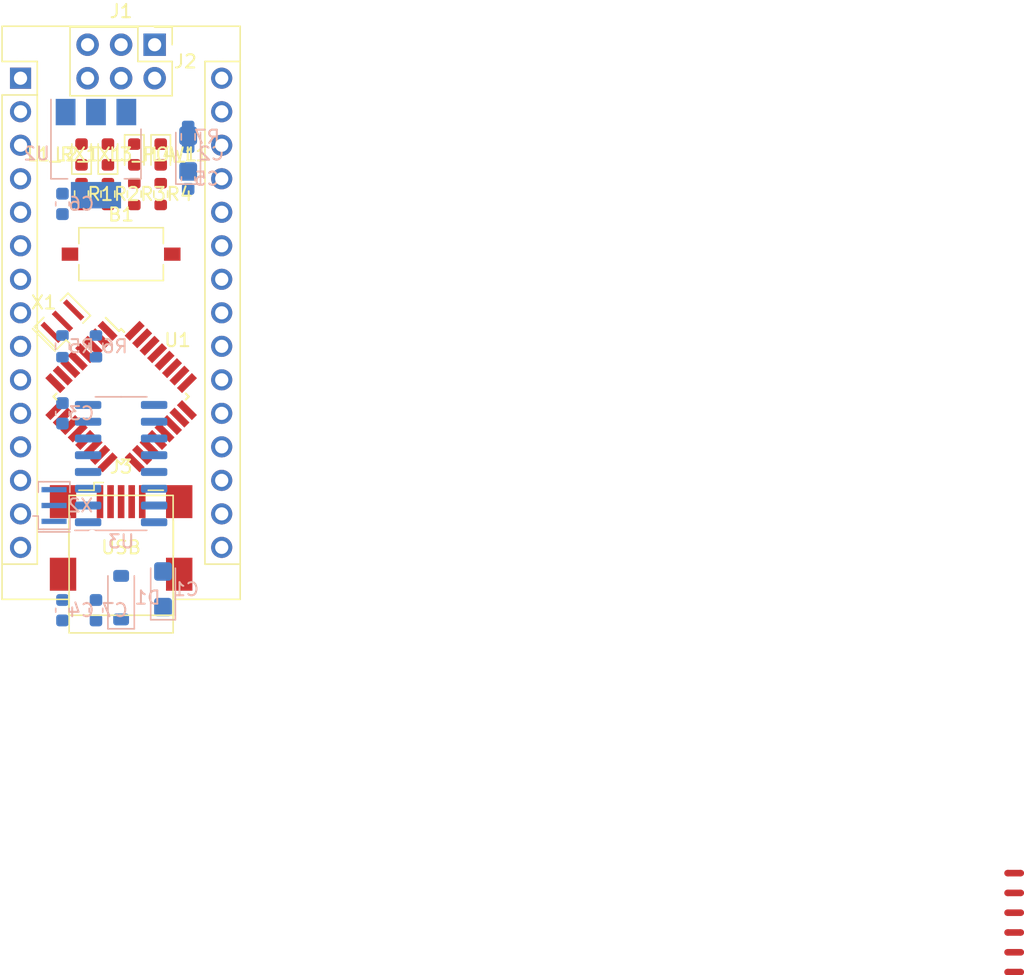
<source format=kicad_pcb>
(kicad_pcb (version 20221018) (generator pcbnew)
  (layers (0 "F.Cu" signal) (31 "B.Cu" signal) (34 "B.Paste" user) (35 "F.Paste" user) (36 "B.SilkS" user "B.Silkscreen") (37 "F.SilkS" user "F.Silkscreen") (38 "B.Mask" user) (39 "F.Mask" user) (44 "Edge.Cuts" user))
  (net 0 "")
  (net 1 "/tx_ch340")
  (net 2 "/pd0")
  (net 3 "/rx_ch340")
  (net 4 "/pd1")
  (net 5 "/pc6")
  (net 6 "+5V")
  (net 7 "+12V")
  (net 8 "Net-(U3-V3)")
  (net 9 "Net-(D1-A)")
  (net 10 "/pd2")
  (net 11 "/pd3")
  (net 12 "/pd4")
  (net 13 "/pd5")
  (net 14 "/pd6")
  (net 15 "/pd7")
  (net 16 "/pb0")
  (net 17 "/pb1")
  (net 18 "/pb2")
  (net 19 "/mosi")
  (net 20 "/miso")
  (net 21 "/pb5")
  (net 22 "+3V3")
  (net 23 "/aref")
  (net 24 "/adc0")
  (net 25 "/adc1")
  (net 26 "/adc2")
  (net 27 "/adc3")
  (net 28 "/adc4")
  (net 29 "/adc5")
  (net 30 "/adc6")
  (net 31 "/adc7")
  (net 32 "/usb_negative")
  (net 33 "/usb_plus")
  (net 34 "/usb_id")
  (net 35 "Net-(L1_RX1-K)")
  (net 36 "Net-(L2_TX1-K)")
  (net 37 "Net-(L3_POW1-A)")
  (net 38 "Net-(L4_L1-A)")
  (net 39 "/d13")
  (net 40 "Net-(U3-TXD)")
  (net 41 "Net-(U3-RXD)")
  (net 42 "/dtr")
  (net 43 "/pb6")
  (net 44 "/pb7")
  (net 45 "/xtal1_ch340")
  (net 46 "/xtal2_ch340")
  (net 47 "/cts")
  (net 48 "/dsr")
  (net 49 "/ri")
  (net 50 "/dcd")
  (net 51 "/rtr")
  (net 52 "/r232")
  (net 53 "GND")
  (footprint "oomlout_oomp_part_footprints:l6r_electronic_led_0603_red" (layer "F.Cu") (at 1.0 -12.0 -90)
    (fp_text reference "L3_POW1" (at 0 -1.43) (layer "F.SilkS"))
    (fp_text value "l6r")
    (fp_line (start -1.485 -0.735) (end -1.485 0.735) (layer "F.SilkS") (stroke (width 0.12)))
    (fp_line (start -1.485 0.735) (end 0.8 0.735) (layer "F.SilkS") (stroke (width 0.12)))
    (fp_line (start 0.8 -0.735) (end -1.485 -0.735) (layer "F.SilkS") (stroke (width 0.12)))
    (pad "1" smd roundrect (at -0.7875 0 -90.0) (size 0.875 0.95) (layers "F.Cu" "F.Paste" "F.Mask") (net 53 "GND"))
    (pad "2" smd roundrect (at 0.7875 0 -90.0) (size 0.875 0.95) (layers "F.Cu" "F.Paste" "F.Mask") (net 37 "Net-(L3_POW1-A)"))
  )
  (footprint "oomlout_oomp_part_footprints:scumnsmo_electronic_socket_usb_mini_surface_mount_only" (layer "F.Cu") (at 0.0 16.912 0)
    (fp_text reference "J3" (at 0 -5.25) (layer "F.SilkS"))
    (fp_text value "scumnsmo")
    (fp_line (start -3.96 1.45) (end -3.96 -1.15) (layer "F.SilkS") (stroke (width 0.12)))
    (fp_line (start -3.96 4.35) (end -3.96 6.01) (layer "F.SilkS") (stroke (width 0.12)))
    (fp_line (start -3.96 6.01) (end 3.96 6.01) (layer "F.SilkS") (stroke (width 0.12)))
    (fp_line (start -3.2 -3.46) (end -2.05 -3.46) (layer "F.SilkS") (stroke (width 0.12)))
    (fp_line (start -2.05 -4.05) (end -1.35 -4.05) (layer "F.SilkS") (stroke (width 0.12)))
    (fp_line (start -2.05 -3.46) (end -2.05 -4.05) (layer "F.SilkS") (stroke (width 0.12)))
    (fp_line (start 2.05 -3.46) (end 3.2 -3.46) (layer "F.SilkS") (stroke (width 0.12)))
    (fp_line (start 3.96 -1.15) (end 3.96 1.45) (layer "F.SilkS") (stroke (width 0.12)))
    (fp_line (start 3.96 6.01) (end 3.96 4.35) (layer "F.SilkS") (stroke (width 0.12)))
    (pad "" np_thru_hole circle (at -2.2 0 0.0) (size 0.9 0.9) (drill 0.9) (layers *.Cu *.Mask))
    (pad "" np_thru_hole circle (at 2.2 0 0.0) (size 0.9 0.9) (drill 0.9) (layers *.Cu *.Mask))
    (pad "1" smd rect (at -1.6 -2.6 0.0) (size 0.5 2.5) (layers "F.Cu" "F.Paste" "F.Mask") (net 9 "Net-(D1-A)"))
    (pad "2" smd rect (at -0.8 -2.6 0.0) (size 0.5 2.5) (layers "F.Cu" "F.Paste" "F.Mask") (net 32 "/usb_negative"))
    (pad "3" smd rect (at 0 -2.6 0.0) (size 0.5 2.5) (layers "F.Cu" "F.Paste" "F.Mask") (net 33 "/usb_plus"))
    (pad "4" smd rect (at 0.8 -2.6 0.0) (size 0.5 2.5) (layers "F.Cu" "F.Paste" "F.Mask") (net 34 "/usb_id"))
    (pad "5" smd rect (at 1.6 -2.6 0.0) (size 0.5 2.5) (layers "F.Cu" "F.Paste" "F.Mask") (net 53 "GND"))
    (pad "6" smd rect (at -4.4 -2.6 0.0) (size 2 2.5) (layers "F.Cu" "F.Paste" "F.Mask") (net 53 "GND"))
    (pad "6" smd rect (at -4.4 2.9 0.0) (size 2 2.5) (layers "F.Cu" "F.Paste" "F.Mask") (net 53 "GND"))
    (pad "6" smd rect (at 4.4 -2.6 0.0) (size 2 2.5) (layers "F.Cu" "F.Paste" "F.Mask") (net 53 "GND"))
    (pad "6" smd rect (at 4.4 2.9 0.0) (size 2 2.5) (layers "F.Cu" "F.Paste" "F.Mask") (net 53 "GND"))
  )
  (footprint "oomlout_oomp_part_footprints:xcr3213mhz16_electronic_ceramic_resonator_3213_3_pin_ground_pin_2_16_mega_hertz" (layer "F.Cu") (at -4.445 0.635 45)
    (fp_text reference "X1" (at 0 -2) (layer "F.SilkS"))
    (fp_text value "xcr3213mhz16")
    (fp_line (start -2 -1.2) (end -2 0.8) (layer "F.SilkS") (stroke (width 0.12)))
    (fp_line (start -2 0.8) (end -2 1.2) (layer "F.SilkS") (stroke (width 0.12)))
    (fp_line (start -1.8 -1.2) (end -0.8 -1.2) (layer "F.SilkS") (stroke (width 0.12)))
    (fp_line (start -1.8 0.8) (end -1.8 -1.2) (layer "F.SilkS") (stroke (width 0.12)))
    (fp_line (start -1.8 0.8) (end -1.8 1.2) (layer "F.SilkS") (stroke (width 0.12)))
    (fp_line (start -0.8 1.2) (end -1.8 1.2) (layer "F.SilkS") (stroke (width 0.12)))
    (fp_line (start -0.8 1.2) (end -0.8 1.6) (layer "F.SilkS") (stroke (width 0.12)))
    (fp_line (start 1 -1.2) (end 1.8 -1.2) (layer "F.SilkS") (stroke (width 0.12)))
    (fp_line (start 1.8 -1.2) (end 1.8 0.8) (layer "F.SilkS") (stroke (width 0.12)))
    (fp_line (start 1.8 0.8) (end 1.8 1.2) (layer "F.SilkS") (stroke (width 0.12)))
    (fp_line (start 1.8 1.2) (end 1 1.2) (layer "F.SilkS") (stroke (width 0.12)))
    (pad "1" smd rect (at -1.2 0 45.0) (size 0.4 1.9) (layers "F.Cu" "F.Paste" "F.Mask") (net 43 "/pb6"))
    (pad "2" smd rect (at 0 0 45.0) (size 0.4 1.9) (layers "F.Cu" "F.Paste" "F.Mask") (net 53 "GND"))
    (pad "3" smd rect (at 1.2 0 45.0) (size 0.4 1.9) (layers "F.Cu" "F.Paste" "F.Mask") (net 44 "/pb7"))
  )
  (footprint "oomlout_oomp_part_footprints:l6r_electronic_led_0603_red" (layer "F.Cu") (at -1.0 -12.0 90)
    (fp_text reference "L2_TX1" (at 0 -1.43) (layer "F.SilkS"))
    (fp_text value "l6r")
    (fp_line (start -1.485 -0.735) (end -1.485 0.735) (layer "F.SilkS") (stroke (width 0.12)))
    (fp_line (start -1.485 0.735) (end 0.8 0.735) (layer "F.SilkS") (stroke (width 0.12)))
    (fp_line (start 0.8 -0.735) (end -1.485 -0.735) (layer "F.SilkS") (stroke (width 0.12)))
    (pad "1" smd roundrect (at -0.7875 0 90.0) (size 0.875 0.95) (layers "F.Cu" "F.Paste" "F.Mask") (net 36 "Net-(L2_TX1-K)"))
    (pad "2" smd roundrect (at 0.7875 0 90.0) (size 0.875 0.95) (layers "F.Cu" "F.Paste" "F.Mask") (net 6 "+5V"))
  )
  (footprint "oomlout_oomp_part_footprints:r6o102_electronic_resistor_0603_1000_ohm" (layer "F.Cu") (at 1.0 -9.0 -90)
    (fp_text reference "R3" (at 0 -1.43) (layer "F.SilkS"))
    (fp_text value "r6o102")
    (fp_line (start -0.237258 -0.5225) (end 0.237258 -0.5225) (layer "F.SilkS") (stroke (width 0.12)))
    (fp_line (start -0.237258 0.5225) (end 0.237258 0.5225) (layer "F.SilkS") (stroke (width 0.12)))
    (pad "1" smd roundrect (at -0.825 0 -90.0) (size 0.8 0.95) (layers "F.Cu" "F.Paste" "F.Mask") (net 37 "Net-(L3_POW1-A)"))
    (pad "2" smd roundrect (at 0.825 0 -90.0) (size 0.8 0.95) (layers "F.Cu" "F.Paste" "F.Mask") (net 6 "+5V"))
  )
  (footprint "oomlout_oomp_part_footprints:nt2_electronic_nettie_2_nets_smd" (layer "F.Cu") (at 67.652 46.968)
    (fp_text reference "nt2" hide)
    (fp_text value "nt2" hide)
    (fp_poly (pts (xy -0.5 -0.25) (xy 0.5 -0.25) (xy 0.5 0.25) (xy -0.5 0.25)) (layer "F.Cu") (fill solid))
    (pad "1" smd circle (at -0.5 0) (size 0.5 0.5) (layers "F.Cu") (net 2 "/pd0"))
    (pad "2" smd circle (at 0.5 0) (size 0.5 0.5) (layers "F.Cu") (net 1 "/tx_ch340"))
  )
  (footprint "oomlout_oomp_part_footprints:r6o102_electronic_resistor_0603_1000_ohm" (layer "F.Cu") (at 3.0 -9.0 -90)
    (fp_text reference "R4" (at 0 -1.43) (layer "F.SilkS"))
    (fp_text value "r6o102")
    (fp_line (start -0.237258 -0.5225) (end 0.237258 -0.5225) (layer "F.SilkS") (stroke (width 0.12)))
    (fp_line (start -0.237258 0.5225) (end 0.237258 0.5225) (layer "F.SilkS") (stroke (width 0.12)))
    (pad "1" smd roundrect (at -0.825 0 -90.0) (size 0.8 0.95) (layers "F.Cu" "F.Paste" "F.Mask") (net 38 "Net-(L4_L1-A)"))
    (pad "2" smd roundrect (at 0.825 0 -90.0) (size 0.8 0.95) (layers "F.Cu" "F.Paste" "F.Mask") (net 39 "/d13"))
  )
  (footprint "oomlout_oomp_part_footprints:l6r_electronic_led_0603_red" (layer "F.Cu") (at 3.0 -12.0 -90)
    (fp_text reference "L4_L1" (at 0 -1.43) (layer "F.SilkS"))
    (fp_text value "l6r")
    (fp_line (start -1.485 -0.735) (end -1.485 0.735) (layer "F.SilkS") (stroke (width 0.12)))
    (fp_line (start -1.485 0.735) (end 0.8 0.735) (layer "F.SilkS") (stroke (width 0.12)))
    (fp_line (start 0.8 -0.735) (end -1.485 -0.735) (layer "F.SilkS") (stroke (width 0.12)))
    (pad "1" smd roundrect (at -0.7875 0 -90.0) (size 0.875 0.95) (layers "F.Cu" "F.Paste" "F.Mask") (net 53 "GND"))
    (pad "2" smd roundrect (at 0.7875 0 -90.0) (size 0.875 0.95) (layers "F.Cu" "F.Paste" "F.Mask") (net 38 "Net-(L4_L1-A)"))
  )
  (footprint "oomlout_oomp_part_footprints:nt2_electronic_nettie_2_nets_smd" (layer "F.Cu") (at 67.652 49.968)
    (fp_text reference "nt6" hide)
    (fp_text value "nt2" hide)
    (fp_poly (pts (xy -0.5 -0.25) (xy 0.5 -0.25) (xy 0.5 0.25) (xy -0.5 0.25)) (layer "F.Cu") (fill solid))
    (pad "1" smd circle (at -0.5 0) (size 0.5 0.5) (layers "F.Cu") (net 2 "/pd0"))
    (pad "2" smd circle (at 0.5 0) (size 0.5 0.5) (layers "F.Cu") (net 2 "/pd0"))
  )
  (footprint "oomlout_oomp_part_footprints:nt2_electronic_nettie_2_nets_smd" (layer "F.Cu") (at 67.652 42.468)
    (fp_text reference "1111" hide)
    (fp_text value "nt2" hide)
    (fp_poly (pts (xy -0.5 -0.25) (xy 0.5 -0.25) (xy 0.5 0.25) (xy -0.5 0.25)) (layer "F.Cu") (fill solid))
    (pad "1" smd circle (at -0.5 0) (size 0.5 0.5) (layers "F.Cu") (net 1 "/tx_ch340"))
    (pad "2" smd circle (at 0.5 0) (size 0.5 0.5) (layers "F.Cu") (net 2 "/pd0"))
  )
  (footprint "oomlout_oomp_part_footprints:l6r_electronic_led_0603_red" (layer "F.Cu") (at -3.0 -12.0 90)
    (fp_text reference "L1_RX1" (at 0 -1.43) (layer "F.SilkS"))
    (fp_text value "l6r")
    (fp_line (start -1.485 -0.735) (end -1.485 0.735) (layer "F.SilkS") (stroke (width 0.12)))
    (fp_line (start -1.485 0.735) (end 0.8 0.735) (layer "F.SilkS") (stroke (width 0.12)))
    (fp_line (start 0.8 -0.735) (end -1.485 -0.735) (layer "F.SilkS") (stroke (width 0.12)))
    (pad "1" smd roundrect (at -0.7875 0 90.0) (size 0.875 0.95) (layers "F.Cu" "F.Paste" "F.Mask") (net 35 "Net-(L1_RX1-K)"))
    (pad "2" smd roundrect (at 0.7875 0 90.0) (size 0.875 0.95) (layers "F.Cu" "F.Paste" "F.Mask") (net 6 "+5V"))
  )
  (footprint "oomlout_oomp_part_footprints:r6o102_electronic_resistor_0603_1000_ohm" (layer "F.Cu") (at -3.0 -9.0 -90)
    (fp_text reference "R1" (at 0 -1.43) (layer "F.SilkS"))
    (fp_text value "r6o102")
    (fp_line (start -0.237258 -0.5225) (end 0.237258 -0.5225) (layer "F.SilkS") (stroke (width 0.12)))
    (fp_line (start -0.237258 0.5225) (end 0.237258 0.5225) (layer "F.SilkS") (stroke (width 0.12)))
    (pad "1" smd roundrect (at -0.825 0 -90.0) (size 0.8 0.95) (layers "F.Cu" "F.Paste" "F.Mask") (net 35 "Net-(L1_RX1-K)"))
    (pad "2" smd roundrect (at 0.825 0 -90.0) (size 0.8 0.95) (layers "F.Cu" "F.Paste" "F.Mask") (net 2 "/pd0"))
  )
  (footprint "oomlout_oomp_part_footprints:r6o102_electronic_resistor_0603_1000_ohm" (layer "F.Cu") (at -1.0 -9.0 -90)
    (fp_text reference "R2" (at 0 -1.43) (layer "F.SilkS"))
    (fp_text value "r6o102")
    (fp_line (start -0.237258 -0.5225) (end 0.237258 -0.5225) (layer "F.SilkS") (stroke (width 0.12)))
    (fp_line (start -0.237258 0.5225) (end 0.237258 0.5225) (layer "F.SilkS") (stroke (width 0.12)))
    (pad "1" smd roundrect (at -0.825 0 -90.0) (size 0.8 0.95) (layers "F.Cu" "F.Paste" "F.Mask") (net 36 "Net-(L2_TX1-K)"))
    (pad "2" smd roundrect (at 0.825 0 -90.0) (size 0.8 0.95) (layers "F.Cu" "F.Paste" "F.Mask") (net 4 "/pd1"))
  )
  (footprint "oomlout_oomp_part_footprints:hi12x3p_electronic_header_2d54_mm_dual_row_2x3_dual_row_6_pin" (layer "F.Cu") (at 2.54 -20.32 -90)
    (fp_text reference "J2" (at 1.27 -2.33) (layer "F.SilkS"))
    (fp_text value "hi12x3p")
    (fp_line (start -1.33 -1.33) (end 0 -1.33) (layer "F.SilkS") (stroke (width 0.12)))
    (fp_line (start -1.33 0) (end -1.33 -1.33) (layer "F.SilkS") (stroke (width 0.12)))
    (fp_line (start -1.33 1.27) (end -1.33 6.41) (layer "F.SilkS") (stroke (width 0.12)))
    (fp_line (start -1.33 1.27) (end 1.27 1.27) (layer "F.SilkS") (stroke (width 0.12)))
    (fp_line (start -1.33 6.41) (end 3.87 6.41) (layer "F.SilkS") (stroke (width 0.12)))
    (fp_line (start 1.27 -1.33) (end 3.87 -1.33) (layer "F.SilkS") (stroke (width 0.12)))
    (fp_line (start 1.27 1.27) (end 1.27 -1.33) (layer "F.SilkS") (stroke (width 0.12)))
    (fp_line (start 3.87 -1.33) (end 3.87 6.41) (layer "F.SilkS") (stroke (width 0.12)))
    (pad "1" thru_hole rect (at 0 0 -90.0) (size 1.7 1.7) (drill 1) (layers *.Cu *.Mask) (net 20 "/miso"))
    (pad "2" thru_hole oval (at 2.54 0 -90.0) (size 1.7 1.7) (drill 1) (layers *.Cu *.Mask) (net 6 "+5V"))
    (pad "3" thru_hole oval (at 0 2.54 -90.0) (size 1.7 1.7) (drill 1) (layers *.Cu *.Mask) (net 21 "/pb5"))
    (pad "4" thru_hole oval (at 2.54 2.54 -90.0) (size 1.7 1.7) (drill 1) (layers *.Cu *.Mask) (net 19 "/mosi"))
    (pad "5" thru_hole oval (at 0 5.08 -90.0) (size 1.7 1.7) (drill 1) (layers *.Cu *.Mask) (net 5 "/pc6"))
    (pad "6" thru_hole oval (at 2.54 5.08 -90.0) (size 1.7 1.7) (drill 1) (layers *.Cu *.Mask) (net 53 "GND"))
  )
  (footprint "oomlout_oomp_part_footprints:b3560s_electronic_button_3_5_mm_x_6_mm_x_2_5_mm_surface_mount" (layer "F.Cu") (at 0.0 -4.445 0)
    (fp_text reference "B1" (at 0 -3 unlocked) (layer "F.SilkS"))
    (fp_text value "b3560s")
    (fp_line (start -3.2 -2) (end -3.2 -0.8) (layer "F.SilkS") (stroke (width 0.12)))
    (fp_line (start -3.2 0.8) (end -3.2 2) (layer "F.SilkS") (stroke (width 0.12)))
    (fp_line (start -3.2 2) (end 3.2 2) (layer "F.SilkS") (stroke (width 0.12)))
    (fp_line (start 3.2 -2) (end -3.2 -2) (layer "F.SilkS") (stroke (width 0.12)))
    (fp_line (start 3.2 -0.8) (end 3.2 -2) (layer "F.SilkS") (stroke (width 0.12)))
    (fp_line (start 3.2 2) (end 3.2 0.8) (layer "F.SilkS") (stroke (width 0.12)))
    (pad "1" smd rect (at -3.875 0 0.0) (size 1.25 1) (layers "F.Cu" "F.Paste" "F.Mask") (net 5 "/pc6"))
    (pad "2" smd rect (at 3.875 0 0.0) (size 1.25 1) (layers "F.Cu" "F.Paste" "F.Mask") (net 53 "GND"))
  )
  (footprint "oomlout_oomp_part_footprints:itq32at328_electronic_ic_tqfp_32_mcu_atmega328_microchip_atmega328p_aur" (layer "F.Cu") (at 0.0 6.35 -45)
    (fp_text reference "U1" (at 0 -6.05) (layer "F.SilkS"))
    (fp_text value "itq32at328")
    (fp_line (start -3.625 -3.625) (end -3.625 -3.4) (layer "F.SilkS") (stroke (width 0.15)))
    (fp_line (start -3.625 -3.625) (end -3.3 -3.625) (layer "F.SilkS") (stroke (width 0.15)))
    (fp_line (start -3.625 -3.4) (end -5.05 -3.4) (layer "F.SilkS") (stroke (width 0.15)))
    (fp_line (start -3.625 3.625) (end -3.625 3.3) (layer "F.SilkS") (stroke (width 0.15)))
    (fp_line (start -3.625 3.625) (end -3.3 3.625) (layer "F.SilkS") (stroke (width 0.15)))
    (fp_line (start 3.625 -3.625) (end 3.3 -3.625) (layer "F.SilkS") (stroke (width 0.15)))
    (fp_line (start 3.625 -3.625) (end 3.625 -3.3) (layer "F.SilkS") (stroke (width 0.15)))
    (fp_line (start 3.625 3.625) (end 3.3 3.625) (layer "F.SilkS") (stroke (width 0.15)))
    (fp_line (start 3.625 3.625) (end 3.625 3.3) (layer "F.SilkS") (stroke (width 0.15)))
    (pad "1" smd rect (at -4.25 -2.8 -45.0) (size 1.6 0.55) (layers "F.Cu" "F.Paste" "F.Mask") (net 11 "/pd3"))
    (pad "2" smd rect (at -4.25 -2 -45.0) (size 1.6 0.55) (layers "F.Cu" "F.Paste" "F.Mask") (net 12 "/pd4"))
    (pad "3" smd rect (at -4.25 -1.2 -45.0) (size 1.6 0.55) (layers "F.Cu" "F.Paste" "F.Mask") (net 53 "GND"))
    (pad "4" smd rect (at -4.25 -0.4 -45.0) (size 1.6 0.55) (layers "F.Cu" "F.Paste" "F.Mask") (net 6 "+5V"))
    (pad "5" smd rect (at -4.25 0.4 -45.0) (size 1.6 0.55) (layers "F.Cu" "F.Paste" "F.Mask") (net 53 "GND"))
    (pad "6" smd rect (at -4.25 1.2 -45.0) (size 1.6 0.55) (layers "F.Cu" "F.Paste" "F.Mask") (net 6 "+5V"))
    (pad "7" smd rect (at -4.25 2 -45.0) (size 1.6 0.55) (layers "F.Cu" "F.Paste" "F.Mask") (net 43 "/pb6"))
    (pad "8" smd rect (at -4.25 2.8 -45.0) (size 1.6 0.55) (layers "F.Cu" "F.Paste" "F.Mask") (net 44 "/pb7"))
    (pad "9" smd rect (at -2.8 4.25 45.0) (size 1.6 0.55) (layers "F.Cu" "F.Paste" "F.Mask") (net 13 "/pd5"))
    (pad "10" smd rect (at -2 4.25 45.0) (size 1.6 0.55) (layers "F.Cu" "F.Paste" "F.Mask") (net 14 "/pd6"))
    (pad "11" smd rect (at -1.2 4.25 45.0) (size 1.6 0.55) (layers "F.Cu" "F.Paste" "F.Mask") (net 15 "/pd7"))
    (pad "12" smd rect (at -0.4 4.25 45.0) (size 1.6 0.55) (layers "F.Cu" "F.Paste" "F.Mask") (net 16 "/pb0"))
    (pad "13" smd rect (at 0.4 4.25 45.0) (size 1.6 0.55) (layers "F.Cu" "F.Paste" "F.Mask") (net 17 "/pb1"))
    (pad "14" smd rect (at 1.2 4.25 45.0) (size 1.6 0.55) (layers "F.Cu" "F.Paste" "F.Mask") (net 18 "/pb2"))
    (pad "15" smd rect (at 2 4.25 45.0) (size 1.6 0.55) (layers "F.Cu" "F.Paste" "F.Mask") (net 19 "/mosi"))
    (pad "16" smd rect (at 2.8 4.25 45.0) (size 1.6 0.55) (layers "F.Cu" "F.Paste" "F.Mask") (net 20 "/miso"))
    (pad "17" smd rect (at 4.25 2.8 -45.0) (size 1.6 0.55) (layers "F.Cu" "F.Paste" "F.Mask") (net 21 "/pb5"))
    (pad "18" smd rect (at 4.25 2 -45.0) (size 1.6 0.55) (layers "F.Cu" "F.Paste" "F.Mask") (net 6 "+5V"))
    (pad "19" smd rect (at 4.25 1.2 -45.0) (size 1.6 0.55) (layers "F.Cu" "F.Paste" "F.Mask") (net 30 "/adc6"))
    (pad "20" smd rect (at 4.25 0.4 -45.0) (size 1.6 0.55) (layers "F.Cu" "F.Paste" "F.Mask") (net 23 "/aref"))
    (pad "21" smd rect (at 4.25 -0.4 -45.0) (size 1.6 0.55) (layers "F.Cu" "F.Paste" "F.Mask") (net 53 "GND"))
    (pad "22" smd rect (at 4.25 -1.2 -45.0) (size 1.6 0.55) (layers "F.Cu" "F.Paste" "F.Mask") (net 31 "/adc7"))
    (pad "23" smd rect (at 4.25 -2 -45.0) (size 1.6 0.55) (layers "F.Cu" "F.Paste" "F.Mask") (net 24 "/adc0"))
    (pad "24" smd rect (at 4.25 -2.8 -45.0) (size 1.6 0.55) (layers "F.Cu" "F.Paste" "F.Mask") (net 25 "/adc1"))
    (pad "25" smd rect (at 2.8 -4.25 45.0) (size 1.6 0.55) (layers "F.Cu" "F.Paste" "F.Mask") (net 26 "/adc2"))
    (pad "26" smd rect (at 2 -4.25 45.0) (size 1.6 0.55) (layers "F.Cu" "F.Paste" "F.Mask") (net 27 "/adc3"))
    (pad "27" smd rect (at 1.2 -4.25 45.0) (size 1.6 0.55) (layers "F.Cu" "F.Paste" "F.Mask") (net 28 "/adc4"))
    (pad "28" smd rect (at 0.4 -4.25 45.0) (size 1.6 0.55) (layers "F.Cu" "F.Paste" "F.Mask") (net 29 "/adc5"))
    (pad "29" smd rect (at -0.4 -4.25 45.0) (size 1.6 0.55) (layers "F.Cu" "F.Paste" "F.Mask") (net 5 "/pc6"))
    (pad "30" smd rect (at -1.2 -4.25 45.0) (size 1.6 0.55) (layers "F.Cu" "F.Paste" "F.Mask") (net 2 "/pd0"))
    (pad "31" smd rect (at -2 -4.25 45.0) (size 1.6 0.55) (layers "F.Cu" "F.Paste" "F.Mask") (net 4 "/pd1"))
    (pad "32" smd rect (at -2.8 -4.25 45.0) (size 1.6 0.55) (layers "F.Cu" "F.Paste" "F.Mask") (net 10 "/pd2"))
  )
  (footprint "oomlout_oomp_part_footprints:nt2_electronic_nettie_2_nets_smd" (layer "F.Cu") (at 67.652 43.968)
    (fp_text reference "11111" hide)
    (fp_text value "nt2" hide)
    (fp_poly (pts (xy -0.5 -0.25) (xy 0.5 -0.25) (xy 0.5 0.25) (xy -0.5 0.25)) (layer "F.Cu") (fill solid))
    (pad "1" smd circle (at -0.5 0) (size 0.5 0.5) (layers "F.Cu") (net 3 "/rx_ch340"))
    (pad "2" smd circle (at 0.5 0) (size 0.5 0.5) (layers "F.Cu") (net 4 "/pd1"))
  )
  (footprint "oomlout_oomp_part_footprints:nt2_electronic_nettie_2_nets_smd" (layer "F.Cu") (at 67.652 48.468)
    (fp_text reference "nt5" hide)
    (fp_text value "nt2" hide)
    (fp_poly (pts (xy -0.5 -0.25) (xy 0.5 -0.25) (xy 0.5 0.25) (xy -0.5 0.25)) (layer "F.Cu") (fill solid))
    (pad "1" smd circle (at -0.5 0) (size 0.5 0.5) (layers "F.Cu") (net 4 "/pd1"))
    (pad "2" smd circle (at 0.5 0) (size 0.5 0.5) (layers "F.Cu") (net 4 "/pd1"))
  )
  (footprint "oomlout_oomp_part_footprints:nt2_electronic_nettie_2_nets_smd" (layer "F.Cu") (at 67.652 45.468)
    (fp_text reference "nt1" hide)
    (fp_text value "nt2" hide)
    (fp_poly (pts (xy -0.5 -0.25) (xy 0.5 -0.25) (xy 0.5 0.25) (xy -0.5 0.25)) (layer "F.Cu") (fill solid))
    (pad "1" smd circle (at -0.5 0) (size 0.5 0.5) (layers "F.Cu") (net 4 "/pd1"))
    (pad "2" smd circle (at 0.5 0) (size 0.5 0.5) (layers "F.Cu") (net 3 "/rx_ch340"))
  )
  (footprint "oomlout_oomp_part_footprints:bbat328_electronic_breakout_board_mcu_atmega328_shennie" (layer "F.Cu") (at -7.62 -17.78 0)
    (fp_text reference "J1" (at 7.62 -5.08) (layer "F.SilkS"))
    (fp_text value "bbat328")
    (fp_text user "USB" (at 7.62 35.56 unlocked) (layer "F.SilkS"))
    (fp_line (start -1.4 -3.94) (end -1.4 -1.27) (layer "F.SilkS") (stroke (width 0.12)))
    (fp_line (start -1.4 1.27) (end -1.4 39.5) (layer "F.SilkS") (stroke (width 0.12)))
    (fp_line (start -1.4 39.5) (end 3.68 39.5) (layer "F.SilkS") (stroke (width 0.12)))
    (fp_line (start 1.27 -1.27) (end -1.4 -1.27) (layer "F.SilkS") (stroke (width 0.12)))
    (fp_line (start 1.27 1.27) (end -1.4 1.27) (layer "F.SilkS") (stroke (width 0.12)))
    (fp_line (start 1.27 1.27) (end 1.27 -1.27) (layer "F.SilkS") (stroke (width 0.12)))
    (fp_line (start 1.27 1.27) (end 1.27 36.83) (layer "F.SilkS") (stroke (width 0.12)))
    (fp_line (start 1.27 36.83) (end -1.4 36.83) (layer "F.SilkS") (stroke (width 0.12)))
    (fp_line (start 3.68 31.62) (end 11.56 31.62) (layer "F.SilkS") (stroke (width 0.12)))
    (fp_line (start 3.68 42.04) (end 3.68 31.62) (layer "F.SilkS") (stroke (width 0.12)))
    (fp_line (start 11.56 31.62) (end 11.56 42.04) (layer "F.SilkS") (stroke (width 0.12)))
    (fp_line (start 11.56 42.04) (end 3.68 42.04) (layer "F.SilkS") (stroke (width 0.12)))
    (fp_line (start 13.97 -1.27) (end 13.97 36.83) (layer "F.SilkS") (stroke (width 0.12)))
    (fp_line (start 13.97 -1.27) (end 16.64 -1.27) (layer "F.SilkS") (stroke (width 0.12)))
    (fp_line (start 13.97 36.83) (end 16.64 36.83) (layer "F.SilkS") (stroke (width 0.12)))
    (fp_line (start 16.64 -3.94) (end -1.4 -3.94) (layer "F.SilkS") (stroke (width 0.12)))
    (fp_line (start 16.64 39.5) (end 11.56 39.5) (layer "F.SilkS") (stroke (width 0.12)))
    (fp_line (start 16.64 39.5) (end 16.64 -3.94) (layer "F.SilkS") (stroke (width 0.12)))
    (pad "" np_thru_hole circle (at 0 -2.54 0.0) (size 1.78 1.78) (drill 1.78) (layers *.Cu *.Mask))
    (pad "" np_thru_hole circle (at 0 38.1 0.0) (size 1.78 1.78) (drill 1.78) (layers *.Cu *.Mask))
    (pad "" np_thru_hole circle (at 15.24 -2.54 0.0) (size 1.78 1.78) (drill 1.78) (layers *.Cu *.Mask))
    (pad "" np_thru_hole circle (at 15.24 38.1 0.0) (size 1.78 1.78) (drill 1.78) (layers *.Cu *.Mask))
    (pad "1" thru_hole rect (at 0 0 0.0) (size 1.6 1.6) (drill 1) (layers *.Cu *.Mask) (net 4 "/pd1"))
    (pad "2" thru_hole oval (at 0 2.54 0.0) (size 1.6 1.6) (drill 1) (layers *.Cu *.Mask) (net 2 "/pd0"))
    (pad "3" thru_hole oval (at 0 5.08 0.0) (size 1.6 1.6) (drill 1) (layers *.Cu *.Mask) (net 5 "/pc6"))
    (pad "4" thru_hole oval (at 0 7.62 0.0) (size 1.6 1.6) (drill 1) (layers *.Cu *.Mask) (net 53 "GND"))
    (pad "5" thru_hole oval (at 0 10.16 0.0) (size 1.6 1.6) (drill 1) (layers *.Cu *.Mask) (net 10 "/pd2"))
    (pad "6" thru_hole oval (at 0 12.7 0.0) (size 1.6 1.6) (drill 1) (layers *.Cu *.Mask) (net 11 "/pd3"))
    (pad "7" thru_hole oval (at 0 15.24 0.0) (size 1.6 1.6) (drill 1) (layers *.Cu *.Mask) (net 12 "/pd4"))
    (pad "8" thru_hole oval (at 0 17.78 0.0) (size 1.6 1.6) (drill 1) (layers *.Cu *.Mask) (net 13 "/pd5"))
    (pad "9" thru_hole oval (at 0 20.32 0.0) (size 1.6 1.6) (drill 1) (layers *.Cu *.Mask) (net 14 "/pd6"))
    (pad "10" thru_hole oval (at 0 22.86 0.0) (size 1.6 1.6) (drill 1) (layers *.Cu *.Mask) (net 15 "/pd7"))
    (pad "11" thru_hole oval (at 0 25.4 0.0) (size 1.6 1.6) (drill 1) (layers *.Cu *.Mask) (net 16 "/pb0"))
    (pad "12" thru_hole oval (at 0 27.94 0.0) (size 1.6 1.6) (drill 1) (layers *.Cu *.Mask) (net 17 "/pb1"))
    (pad "13" thru_hole oval (at 0 30.48 0.0) (size 1.6 1.6) (drill 1) (layers *.Cu *.Mask) (net 18 "/pb2"))
    (pad "14" thru_hole oval (at 0 33.02 0.0) (size 1.6 1.6) (drill 1) (layers *.Cu *.Mask) (net 19 "/mosi"))
    (pad "15" thru_hole oval (at 0 35.56 0.0) (size 1.6 1.6) (drill 1) (layers *.Cu *.Mask) (net 20 "/miso"))
    (pad "16" thru_hole oval (at 15.24 35.56 0.0) (size 1.6 1.6) (drill 1) (layers *.Cu *.Mask) (net 21 "/pb5"))
    (pad "17" thru_hole oval (at 15.24 33.02 0.0) (size 1.6 1.6) (drill 1) (layers *.Cu *.Mask) (net 22 "+3V3"))
    (pad "18" thru_hole oval (at 15.24 30.48 0.0) (size 1.6 1.6) (drill 1) (layers *.Cu *.Mask) (net 23 "/aref"))
    (pad "19" thru_hole oval (at 15.24 27.94 0.0) (size 1.6 1.6) (drill 1) (layers *.Cu *.Mask) (net 24 "/adc0"))
    (pad "20" thru_hole oval (at 15.24 25.4 0.0) (size 1.6 1.6) (drill 1) (layers *.Cu *.Mask) (net 25 "/adc1"))
    (pad "21" thru_hole oval (at 15.24 22.86 0.0) (size 1.6 1.6) (drill 1) (layers *.Cu *.Mask) (net 26 "/adc2"))
    (pad "22" thru_hole oval (at 15.24 20.32 0.0) (size 1.6 1.6) (drill 1) (layers *.Cu *.Mask) (net 27 "/adc3"))
    (pad "23" thru_hole oval (at 15.24 17.78 0.0) (size 1.6 1.6) (drill 1) (layers *.Cu *.Mask) (net 28 "/adc4"))
    (pad "24" thru_hole oval (at 15.24 15.24 0.0) (size 1.6 1.6) (drill 1) (layers *.Cu *.Mask) (net 29 "/adc5"))
    (pad "25" thru_hole oval (at 15.24 12.7 0.0) (size 1.6 1.6) (drill 1) (layers *.Cu *.Mask) (net 30 "/adc6"))
    (pad "26" thru_hole oval (at 15.24 10.16 0.0) (size 1.6 1.6) (drill 1) (layers *.Cu *.Mask) (net 31 "/adc7"))
    (pad "27" thru_hole oval (at 15.24 7.62 0.0) (size 1.6 1.6) (drill 1) (layers *.Cu *.Mask) (net 6 "+5V"))
    (pad "28" thru_hole oval (at 15.24 5.08 0.0) (size 1.6 1.6) (drill 1) (layers *.Cu *.Mask) (net 5 "/pc6"))
    (pad "29" thru_hole oval (at 15.24 2.54 0.0) (size 1.6 1.6) (drill 1) (layers *.Cu *.Mask) (net 53 "GND"))
    (pad "30" thru_hole oval (at 15.24 0 0.0) (size 1.6 1.6) (drill 1) (layers *.Cu *.Mask) (net 7 "+12V"))
  )
  (footprint "oomlout_oomp_part_footprints:r6o102_electronic_resistor_0603_1000_ohm" (layer "B.Cu") (at 5.08 -13.335 90)
    (fp_text reference "R7" (at 0 1.43) (layer "B.SilkS") (effects (justify mirror)))
    (fp_text value "r6o102")
    (fp_line (start -0.237258 -0.5225) (end 0.237258 -0.5225) (layer "B.SilkS") (stroke (width 0.12)))
    (fp_line (start -0.237258 0.5225) (end 0.237258 0.5225) (layer "B.SilkS") (stroke (width 0.12)))
    (pad "1" smd roundrect (at -0.825 0 90.0) (size 0.8 0.95) (layers "B.Cu" "B.Paste" "B.Mask") (net 42 "/dtr"))
    (pad "2" smd roundrect (at 0.825 0 90.0) (size 0.8 0.95) (layers "B.Cu" "B.Paste" "B.Mask") (net 6 "+5V"))
  )
  (footprint "oomlout_oomp_part_footprints:catuf4d716v_electronic_capacitor_3216_avx_a_tantalum_4_7_micro_farad_16_volt" (layer "B.Cu") (at 3.175 20.955 90)
    (fp_text reference "C1" (at 0 1.75) (layer "B.SilkS") (effects (justify mirror)))
    (fp_text value "catuf4d716v")
    (fp_line (start -2.31 -0.935) (end 1.6 -0.935) (layer "B.SilkS") (stroke (width 0.12)))
    (fp_line (start -2.31 0.935) (end -2.31 -0.935) (layer "B.SilkS") (stroke (width 0.12)))
    (fp_line (start 1.6 0.935) (end -2.31 0.935) (layer "B.SilkS") (stroke (width 0.12)))
    (pad "1" smd roundrect (at -1.35 0 90.0) (size 1.4 1.35) (layers "B.Cu" "B.Paste" "B.Mask") (roundrect_rratio 0.185185) (net 7 "+12V"))
    (pad "2" smd roundrect (at 1.35 0 90.0) (size 1.4 1.35) (layers "B.Cu" "B.Paste" "B.Mask") (roundrect_rratio 0.185185) (net 53 "GND"))
  )
  (footprint "oomlout_oomp_part_footprints:isp16ch340g_electronic_ic_sop_16_converter_usb_to_serial_converter_wch_ch340g" (layer "B.Cu") (at 0.0 11.43 0)
    (fp_text reference "U3" (at 0 5.9) (layer "B.SilkS") (effects (justify mirror)))
    (fp_text value "isp16ch340g")
    (fp_line (start 0 -5.06) (end -1.95 -5.06) (layer "B.SilkS") (stroke (width 0.12)))
    (fp_line (start 0 -5.06) (end 1.95 -5.06) (layer "B.SilkS") (stroke (width 0.12)))
    (fp_line (start 0 5.06) (end -3.5 5.06) (layer "B.SilkS") (stroke (width 0.12)))
    (fp_line (start 0 5.06) (end 1.95 5.06) (layer "B.SilkS") (stroke (width 0.12)))
    (pad "1" smd roundrect (at -2.5 4.445 0.0) (size 2 0.6) (layers "B.Cu" "B.Paste" "B.Mask") (net 53 "GND"))
    (pad "2" smd roundrect (at -2.5 3.175 0.0) (size 2 0.6) (layers "B.Cu" "B.Paste" "B.Mask") (net 40 "Net-(U3-TXD)"))
    (pad "3" smd roundrect (at -2.5 1.905 0.0) (size 2 0.6) (layers "B.Cu" "B.Paste" "B.Mask") (net 41 "Net-(U3-RXD)"))
    (pad "4" smd roundrect (at -2.5 0.635 0.0) (size 2 0.6) (layers "B.Cu" "B.Paste" "B.Mask") (net 8 "Net-(U3-V3)"))
    (pad "5" smd roundrect (at -2.5 -0.635 0.0) (size 2 0.6) (layers "B.Cu" "B.Paste" "B.Mask") (net 33 "/usb_plus"))
    (pad "6" smd roundrect (at -2.5 -1.905 0.0) (size 2 0.6) (layers "B.Cu" "B.Paste" "B.Mask") (net 32 "/usb_negative"))
    (pad "7" smd roundrect (at -2.5 -3.175 0.0) (size 2 0.6) (layers "B.Cu" "B.Paste" "B.Mask") (net 45 "/xtal1_ch340"))
    (pad "8" smd roundrect (at -2.5 -4.445 0.0) (size 2 0.6) (layers "B.Cu" "B.Paste" "B.Mask") (net 46 "/xtal2_ch340"))
    (pad "9" smd roundrect (at 2.5 -4.445 0.0) (size 2 0.6) (layers "B.Cu" "B.Paste" "B.Mask") (net 47 "/cts"))
    (pad "10" smd roundrect (at 2.5 -3.175 0.0) (size 2 0.6) (layers "B.Cu" "B.Paste" "B.Mask") (net 48 "/dsr"))
    (pad "11" smd roundrect (at 2.5 -1.905 0.0) (size 2 0.6) (layers "B.Cu" "B.Paste" "B.Mask") (net 49 "/ri"))
    (pad "12" smd roundrect (at 2.5 -0.635 0.0) (size 2 0.6) (layers "B.Cu" "B.Paste" "B.Mask") (net 50 "/dcd"))
    (pad "13" smd roundrect (at 2.5 0.635 0.0) (size 2 0.6) (layers "B.Cu" "B.Paste" "B.Mask") (net 42 "/dtr"))
    (pad "14" smd roundrect (at 2.5 1.905 0.0) (size 2 0.6) (layers "B.Cu" "B.Paste" "B.Mask") (net 51 "/rtr"))
    (pad "15" smd roundrect (at 2.5 3.175 0.0) (size 2 0.6) (layers "B.Cu" "B.Paste" "B.Mask") (net 52 "/r232"))
    (pad "16" smd roundrect (at 2.5 4.445 0.0) (size 2 0.6) (layers "B.Cu" "B.Paste" "B.Mask") (net 6 "+5V"))
  )
  (footprint "oomlout_oomp_part_footprints:pms22311171d5v_electronic_pmic_sot_223_linear_1117_1_5_volt" (layer "B.Cu") (at -1.905 -12.065 -90)
    (fp_text reference "U2" (at 0 4.5) (layer "B.SilkS") (effects (justify mirror)))
    (fp_text value "pms22311171d5v")
    (fp_line (start -4.1 3.41) (end 1.91 3.41) (layer "B.SilkS") (stroke (width 0.12)))
    (fp_line (start -1.85 -3.41) (end 1.91 -3.41) (layer "B.SilkS") (stroke (width 0.12)))
    (fp_line (start 1.91 -3.41) (end 1.91 -2.15) (layer "B.SilkS") (stroke (width 0.12)))
    (fp_line (start 1.91 3.41) (end 1.91 2.15) (layer "B.SilkS") (stroke (width 0.12)))
    (pad "1" smd rect (at -3.15 2.3 -90.0) (size 2 1.5) (layers "B.Cu" "B.Paste" "B.Mask") (net 53 "GND"))
    (pad "2" smd rect (at -3.15 0 -90.0) (size 2 1.5) (layers "B.Cu" "B.Paste" "B.Mask") (net 6 "+5V"))
    (pad "2" smd rect (at 3.15 0 -90.0) (size 2 3.8) (layers "B.Cu" "B.Paste" "B.Mask") (net 6 "+5V"))
    (pad "3" smd rect (at -3.15 -2.3 -90.0) (size 2 1.5) (layers "B.Cu" "B.Paste" "B.Mask") (net 7 "+12V"))
  )
  (footprint "oomlout_oomp_part_footprints:r6o102_electronic_resistor_0603_1000_ohm" (layer "B.Cu") (at -4.445 2.54 90)
    (fp_text reference "R5" (at 0 1.43) (layer "B.SilkS") (effects (justify mirror)))
    (fp_text value "r6o102")
    (fp_line (start -0.237258 -0.5225) (end 0.237258 -0.5225) (layer "B.SilkS") (stroke (width 0.12)))
    (fp_line (start -0.237258 0.5225) (end 0.237258 0.5225) (layer "B.SilkS") (stroke (width 0.12)))
    (pad "1" smd roundrect (at -0.825 0 90.0) (size 0.8 0.95) (layers "B.Cu" "B.Paste" "B.Mask") (net 40 "Net-(U3-TXD)"))
    (pad "2" smd roundrect (at 0.825 0 90.0) (size 0.8 0.95) (layers "B.Cu" "B.Paste" "B.Mask") (net 1 "/tx_ch340"))
  )
  (footprint "oomlout_oomp_part_footprints:c6nf100_electronic_capacitor_0603_100_nano_farad" (layer "B.Cu") (at -4.445 -8.255 90)
    (fp_text reference "C6" (at 0 1.43) (layer "B.SilkS") (effects (justify mirror)))
    (fp_text value "c6nf100")
    (fp_line (start -0.14058 -0.51) (end 0.14058 -0.51) (layer "B.SilkS") (stroke (width 0.12)))
    (fp_line (start -0.14058 0.51) (end 0.14058 0.51) (layer "B.SilkS") (stroke (width 0.12)))
    (pad "1" smd roundrect (at -0.775 0 90.0) (size 0.9 0.95) (layers "B.Cu" "B.Paste" "B.Mask") (net 6 "+5V"))
    (pad "2" smd roundrect (at 0.775 0 90.0) (size 0.9 0.95) (layers "B.Cu" "B.Paste" "B.Mask") (net 53 "GND"))
  )
  (footprint "oomlout_oomp_part_footprints:c6nf100_electronic_capacitor_0603_100_nano_farad" (layer "B.Cu") (at -1.905 22.542 90)
    (fp_text reference "C7" (at 0 1.43) (layer "B.SilkS") (effects (justify mirror)))
    (fp_text value "c6nf100")
    (fp_line (start -0.14058 -0.51) (end 0.14058 -0.51) (layer "B.SilkS") (stroke (width 0.12)))
    (fp_line (start -0.14058 0.51) (end 0.14058 0.51) (layer "B.SilkS") (stroke (width 0.12)))
    (pad "1" smd roundrect (at -0.775 0 90.0) (size 0.9 0.95) (layers "B.Cu" "B.Paste" "B.Mask") (net 7 "+12V"))
    (pad "2" smd roundrect (at 0.775 0 90.0) (size 0.9 0.95) (layers "B.Cu" "B.Paste" "B.Mask") (net 53 "GND"))
  )
  (footprint "oomlout_oomp_part_footprints:dssod123pmb2_electronic_diode_schottky_sod_123_package_marking_b2_mbr0520" (layer "B.Cu") (at 0.0 21.59 90)
    (fp_text reference "D1" (at 0 2) (layer "B.SilkS") (effects (justify mirror)))
    (fp_text value "dssod123pmb2")
    (fp_line (start -2.36 -1) (end 1.65 -1) (layer "B.SilkS") (stroke (width 0.12)))
    (fp_line (start -2.36 1) (end -2.36 -1) (layer "B.SilkS") (stroke (width 0.12)))
    (fp_line (start -2.36 1) (end 1.65 1) (layer "B.SilkS") (stroke (width 0.12)))
    (pad "1" smd roundrect (at -1.65 0 90.0) (size 0.9 1.2) (layers "B.Cu" "B.Paste" "B.Mask") (net 6 "+5V"))
    (pad "2" smd roundrect (at 1.65 0 90.0) (size 0.9 1.2) (layers "B.Cu" "B.Paste" "B.Mask") (net 9 "Net-(D1-A)"))
  )
  (footprint "oomlout_oomp_part_footprints:catuf4d716v_electronic_capacitor_3216_avx_a_tantalum_4_7_micro_farad_16_volt" (layer "B.Cu") (at 5.08 -12.065 90)
    (fp_text reference "C2" (at 0 1.75) (layer "B.SilkS") (effects (justify mirror)))
    (fp_text value "catuf4d716v")
    (fp_line (start -2.31 -0.935) (end 1.6 -0.935) (layer "B.SilkS") (stroke (width 0.12)))
    (fp_line (start -2.31 0.935) (end -2.31 -0.935) (layer "B.SilkS") (stroke (width 0.12)))
    (fp_line (start 1.6 0.935) (end -2.31 0.935) (layer "B.SilkS") (stroke (width 0.12)))
    (pad "1" smd roundrect (at -1.35 0 90.0) (size 1.4 1.35) (layers "B.Cu" "B.Paste" "B.Mask") (roundrect_rratio 0.185185) (net 6 "+5V"))
    (pad "2" smd roundrect (at 1.35 0 90.0) (size 1.4 1.35) (layers "B.Cu" "B.Paste" "B.Mask") (roundrect_rratio 0.185185) (net 53 "GND"))
  )
  (footprint "oomlout_oomp_part_footprints:xcr3213mhz12_electronic_ceramic_resonator_3213_3_pin_ground_pin_2_12_mega_hertz" (layer "B.Cu") (at -5.08 14.605 90)
    (fp_text reference "X2" (at 0 2) (layer "B.SilkS") (effects (justify mirror)))
    (fp_text value "xcr3213mhz12")
    (fp_line (start -2 -0.8) (end -2 -1.2) (layer "B.SilkS") (stroke (width 0.12)))
    (fp_line (start -2 1.2) (end -2 -0.8) (layer "B.SilkS") (stroke (width 0.12)))
    (fp_line (start -1.8 -0.8) (end -1.8 -1.2) (layer "B.SilkS") (stroke (width 0.12)))
    (fp_line (start -1.8 -0.8) (end -1.8 1.2) (layer "B.SilkS") (stroke (width 0.12)))
    (fp_line (start -1.8 1.2) (end -0.8 1.2) (layer "B.SilkS") (stroke (width 0.12)))
    (fp_line (start -0.8 -1.2) (end -1.8 -1.2) (layer "B.SilkS") (stroke (width 0.12)))
    (fp_line (start -0.8 -1.2) (end -0.8 -1.6) (layer "B.SilkS") (stroke (width 0.12)))
    (fp_line (start 1 1.2) (end 1.8 1.2) (layer "B.SilkS") (stroke (width 0.12)))
    (fp_line (start 1.8 -1.2) (end 1 -1.2) (layer "B.SilkS") (stroke (width 0.12)))
    (fp_line (start 1.8 -0.8) (end 1.8 -1.2) (layer "B.SilkS") (stroke (width 0.12)))
    (fp_line (start 1.8 1.2) (end 1.8 -0.8) (layer "B.SilkS") (stroke (width 0.12)))
    (pad "1" smd rect (at -1.2 0 90.0) (size 0.4 1.9) (layers "B.Cu" "B.Paste" "B.Mask") (net 45 "/xtal1_ch340"))
    (pad "2" smd rect (at 0 0 90.0) (size 0.4 1.9) (layers "B.Cu" "B.Paste" "B.Mask") (net 53 "GND"))
    (pad "3" smd rect (at 1.2 0 90.0) (size 0.4 1.9) (layers "B.Cu" "B.Paste" "B.Mask") (net 46 "/xtal2_ch340"))
  )
  (footprint "oomlout_oomp_part_footprints:c6nf100_electronic_capacitor_0603_100_nano_farad" (layer "B.Cu") (at -4.445 22.542 90)
    (fp_text reference "C4" (at 0 1.43) (layer "B.SilkS") (effects (justify mirror)))
    (fp_text value "c6nf100")
    (fp_line (start -0.14058 -0.51) (end 0.14058 -0.51) (layer "B.SilkS") (stroke (width 0.12)))
    (fp_line (start -0.14058 0.51) (end 0.14058 0.51) (layer "B.SilkS") (stroke (width 0.12)))
    (pad "1" smd roundrect (at -0.775 0 90.0) (size 0.9 0.95) (layers "B.Cu" "B.Paste" "B.Mask") (net 6 "+5V"))
    (pad "2" smd roundrect (at 0.775 0 90.0) (size 0.9 0.95) (layers "B.Cu" "B.Paste" "B.Mask") (net 53 "GND"))
  )
  (footprint "oomlout_oomp_part_footprints:c6nf100_electronic_capacitor_0603_100_nano_farad" (layer "B.Cu") (at 5.08 -10.16 90)
    (fp_text reference "C5" (at 0 1.43) (layer "B.SilkS") (effects (justify mirror)))
    (fp_text value "c6nf100")
    (fp_line (start -0.14058 -0.51) (end 0.14058 -0.51) (layer "B.SilkS") (stroke (width 0.12)))
    (fp_line (start -0.14058 0.51) (end 0.14058 0.51) (layer "B.SilkS") (stroke (width 0.12)))
    (pad "1" smd roundrect (at -0.775 0 90.0) (size 0.9 0.95) (layers "B.Cu" "B.Paste" "B.Mask") (net 6 "+5V"))
    (pad "2" smd roundrect (at 0.775 0 90.0) (size 0.9 0.95) (layers "B.Cu" "B.Paste" "B.Mask") (net 5 "/pc6"))
  )
  (footprint "oomlout_oomp_part_footprints:r6o102_electronic_resistor_0603_1000_ohm" (layer "B.Cu") (at -1.905 2.54 90)
    (fp_text reference "R6" (at 0 1.43) (layer "B.SilkS") (effects (justify mirror)))
    (fp_text value "r6o102")
    (fp_line (start -0.237258 -0.5225) (end 0.237258 -0.5225) (layer "B.SilkS") (stroke (width 0.12)))
    (fp_line (start -0.237258 0.5225) (end 0.237258 0.5225) (layer "B.SilkS") (stroke (width 0.12)))
    (pad "1" smd roundrect (at -0.825 0 90.0) (size 0.8 0.95) (layers "B.Cu" "B.Paste" "B.Mask") (net 41 "Net-(U3-RXD)"))
    (pad "2" smd roundrect (at 0.825 0 90.0) (size 0.8 0.95) (layers "B.Cu" "B.Paste" "B.Mask") (net 3 "/rx_ch340"))
  )
  (footprint "oomlout_oomp_part_footprints:c6nf10_electronic_capacitor_0603_10_nano_farad" (layer "B.Cu") (at -4.445 7.62 90)
    (fp_text reference "C3" (at 0 1.43) (layer "B.SilkS") (effects (justify mirror)))
    (fp_text value "c6nf10")
    (fp_line (start -0.14058 -0.51) (end 0.14058 -0.51) (layer "B.SilkS") (stroke (width 0.12)))
    (fp_line (start -0.14058 0.51) (end 0.14058 0.51) (layer "B.SilkS") (stroke (width 0.12)))
    (pad "1" smd roundrect (at -0.775 0 90.0) (size 0.9 0.95) (layers "B.Cu" "B.Paste" "B.Mask") (net 8 "Net-(U3-V3)"))
    (pad "2" smd roundrect (at 0.775 0 90.0) (size 0.9 0.95) (layers "B.Cu" "B.Paste" "B.Mask") (net 53 "GND"))
  )
)
</source>
